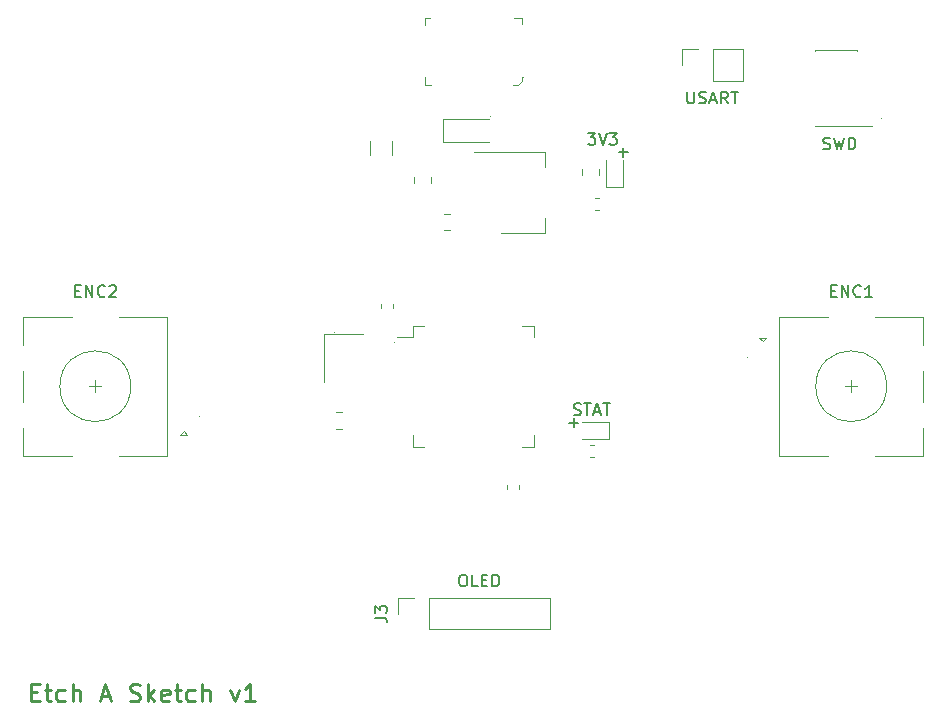
<source format=gbr>
G04 #@! TF.GenerationSoftware,KiCad,Pcbnew,(5.1.5-0-10_14)*
G04 #@! TF.CreationDate,2020-04-18T16:35:32+10:00*
G04 #@! TF.ProjectId,etch-a-sketch,65746368-2d61-42d7-936b-657463682e6b,rev?*
G04 #@! TF.SameCoordinates,Original*
G04 #@! TF.FileFunction,Legend,Top*
G04 #@! TF.FilePolarity,Positive*
%FSLAX46Y46*%
G04 Gerber Fmt 4.6, Leading zero omitted, Abs format (unit mm)*
G04 Created by KiCad (PCBNEW (5.1.5-0-10_14)) date 2020-04-18 16:35:32*
%MOMM*%
%LPD*%
G04 APERTURE LIST*
%ADD10C,0.250000*%
%ADD11C,0.120000*%
%ADD12C,0.150000*%
%ADD13C,0.100000*%
G04 APERTURE END LIST*
D10*
X32571428Y-76892857D02*
X33071428Y-76892857D01*
X33285714Y-77678571D02*
X32571428Y-77678571D01*
X32571428Y-76178571D01*
X33285714Y-76178571D01*
X33714285Y-76678571D02*
X34285714Y-76678571D01*
X33928571Y-76178571D02*
X33928571Y-77464285D01*
X34000000Y-77607142D01*
X34142857Y-77678571D01*
X34285714Y-77678571D01*
X35428571Y-77607142D02*
X35285714Y-77678571D01*
X35000000Y-77678571D01*
X34857142Y-77607142D01*
X34785714Y-77535714D01*
X34714285Y-77392857D01*
X34714285Y-76964285D01*
X34785714Y-76821428D01*
X34857142Y-76750000D01*
X35000000Y-76678571D01*
X35285714Y-76678571D01*
X35428571Y-76750000D01*
X36071428Y-77678571D02*
X36071428Y-76178571D01*
X36714285Y-77678571D02*
X36714285Y-76892857D01*
X36642857Y-76750000D01*
X36500000Y-76678571D01*
X36285714Y-76678571D01*
X36142857Y-76750000D01*
X36071428Y-76821428D01*
X38500000Y-77250000D02*
X39214285Y-77250000D01*
X38357142Y-77678571D02*
X38857142Y-76178571D01*
X39357142Y-77678571D01*
X40928571Y-77607142D02*
X41142857Y-77678571D01*
X41500000Y-77678571D01*
X41642857Y-77607142D01*
X41714285Y-77535714D01*
X41785714Y-77392857D01*
X41785714Y-77250000D01*
X41714285Y-77107142D01*
X41642857Y-77035714D01*
X41500000Y-76964285D01*
X41214285Y-76892857D01*
X41071428Y-76821428D01*
X41000000Y-76750000D01*
X40928571Y-76607142D01*
X40928571Y-76464285D01*
X41000000Y-76321428D01*
X41071428Y-76250000D01*
X41214285Y-76178571D01*
X41571428Y-76178571D01*
X41785714Y-76250000D01*
X42428571Y-77678571D02*
X42428571Y-76178571D01*
X42571428Y-77107142D02*
X43000000Y-77678571D01*
X43000000Y-76678571D02*
X42428571Y-77250000D01*
X44214285Y-77607142D02*
X44071428Y-77678571D01*
X43785714Y-77678571D01*
X43642857Y-77607142D01*
X43571428Y-77464285D01*
X43571428Y-76892857D01*
X43642857Y-76750000D01*
X43785714Y-76678571D01*
X44071428Y-76678571D01*
X44214285Y-76750000D01*
X44285714Y-76892857D01*
X44285714Y-77035714D01*
X43571428Y-77178571D01*
X44714285Y-76678571D02*
X45285714Y-76678571D01*
X44928571Y-76178571D02*
X44928571Y-77464285D01*
X45000000Y-77607142D01*
X45142857Y-77678571D01*
X45285714Y-77678571D01*
X46428571Y-77607142D02*
X46285714Y-77678571D01*
X46000000Y-77678571D01*
X45857142Y-77607142D01*
X45785714Y-77535714D01*
X45714285Y-77392857D01*
X45714285Y-76964285D01*
X45785714Y-76821428D01*
X45857142Y-76750000D01*
X46000000Y-76678571D01*
X46285714Y-76678571D01*
X46428571Y-76750000D01*
X47071428Y-77678571D02*
X47071428Y-76178571D01*
X47714285Y-77678571D02*
X47714285Y-76892857D01*
X47642857Y-76750000D01*
X47500000Y-76678571D01*
X47285714Y-76678571D01*
X47142857Y-76750000D01*
X47071428Y-76821428D01*
X49428571Y-76678571D02*
X49785714Y-77678571D01*
X50142857Y-76678571D01*
X51500000Y-77678571D02*
X50642857Y-77678571D01*
X51071428Y-77678571D02*
X51071428Y-76178571D01*
X50928571Y-76392857D01*
X50785714Y-76535714D01*
X50642857Y-76607142D01*
D11*
X46800000Y-53500000D02*
G75*
G03X46800000Y-53500000I0J0D01*
G01*
X93200000Y-48500000D02*
G75*
G03X93200000Y-48500000I0J0D01*
G01*
X71400000Y-28100000D02*
G75*
G03X71400000Y-28100000I0J0D01*
G01*
X104500000Y-28300000D02*
G75*
G03X104500000Y-28300000I0J0D01*
G01*
X58200000Y-46400000D02*
G75*
G03X58200000Y-46400000I0J0D01*
G01*
X63300000Y-47250000D02*
G75*
G03X63300000Y-47250000I0J0D01*
G01*
D12*
X82319047Y-31171428D02*
X83080952Y-31171428D01*
X82700000Y-31552380D02*
X82700000Y-30790476D01*
X78119047Y-54071428D02*
X78880952Y-54071428D01*
X78500000Y-54452380D02*
X78500000Y-53690476D01*
X78523809Y-53404761D02*
X78666666Y-53452380D01*
X78904761Y-53452380D01*
X79000000Y-53404761D01*
X79047619Y-53357142D01*
X79095238Y-53261904D01*
X79095238Y-53166666D01*
X79047619Y-53071428D01*
X79000000Y-53023809D01*
X78904761Y-52976190D01*
X78714285Y-52928571D01*
X78619047Y-52880952D01*
X78571428Y-52833333D01*
X78523809Y-52738095D01*
X78523809Y-52642857D01*
X78571428Y-52547619D01*
X78619047Y-52500000D01*
X78714285Y-52452380D01*
X78952380Y-52452380D01*
X79095238Y-52500000D01*
X79380952Y-52452380D02*
X79952380Y-52452380D01*
X79666666Y-53452380D02*
X79666666Y-52452380D01*
X80238095Y-53166666D02*
X80714285Y-53166666D01*
X80142857Y-53452380D02*
X80476190Y-52452380D01*
X80809523Y-53452380D01*
X81000000Y-52452380D02*
X81571428Y-52452380D01*
X81285714Y-53452380D02*
X81285714Y-52452380D01*
X79711904Y-29552380D02*
X80330952Y-29552380D01*
X79997619Y-29933333D01*
X80140476Y-29933333D01*
X80235714Y-29980952D01*
X80283333Y-30028571D01*
X80330952Y-30123809D01*
X80330952Y-30361904D01*
X80283333Y-30457142D01*
X80235714Y-30504761D01*
X80140476Y-30552380D01*
X79854761Y-30552380D01*
X79759523Y-30504761D01*
X79711904Y-30457142D01*
X80616666Y-29552380D02*
X80950000Y-30552380D01*
X81283333Y-29552380D01*
X81521428Y-29552380D02*
X82140476Y-29552380D01*
X81807142Y-29933333D01*
X81950000Y-29933333D01*
X82045238Y-29980952D01*
X82092857Y-30028571D01*
X82140476Y-30123809D01*
X82140476Y-30361904D01*
X82092857Y-30457142D01*
X82045238Y-30504761D01*
X81950000Y-30552380D01*
X81664285Y-30552380D01*
X81569047Y-30504761D01*
X81521428Y-30457142D01*
X99642857Y-30904761D02*
X99785714Y-30952380D01*
X100023809Y-30952380D01*
X100119047Y-30904761D01*
X100166666Y-30857142D01*
X100214285Y-30761904D01*
X100214285Y-30666666D01*
X100166666Y-30571428D01*
X100119047Y-30523809D01*
X100023809Y-30476190D01*
X99833333Y-30428571D01*
X99738095Y-30380952D01*
X99690476Y-30333333D01*
X99642857Y-30238095D01*
X99642857Y-30142857D01*
X99690476Y-30047619D01*
X99738095Y-30000000D01*
X99833333Y-29952380D01*
X100071428Y-29952380D01*
X100214285Y-30000000D01*
X100547619Y-29952380D02*
X100785714Y-30952380D01*
X100976190Y-30238095D01*
X101166666Y-30952380D01*
X101404761Y-29952380D01*
X101785714Y-30952380D02*
X101785714Y-29952380D01*
X102023809Y-29952380D01*
X102166666Y-30000000D01*
X102261904Y-30095238D01*
X102309523Y-30190476D01*
X102357142Y-30380952D01*
X102357142Y-30523809D01*
X102309523Y-30714285D01*
X102261904Y-30809523D01*
X102166666Y-30904761D01*
X102023809Y-30952380D01*
X101785714Y-30952380D01*
X88128571Y-26052380D02*
X88128571Y-26861904D01*
X88176190Y-26957142D01*
X88223809Y-27004761D01*
X88319047Y-27052380D01*
X88509523Y-27052380D01*
X88604761Y-27004761D01*
X88652380Y-26957142D01*
X88700000Y-26861904D01*
X88700000Y-26052380D01*
X89128571Y-27004761D02*
X89271428Y-27052380D01*
X89509523Y-27052380D01*
X89604761Y-27004761D01*
X89652380Y-26957142D01*
X89700000Y-26861904D01*
X89700000Y-26766666D01*
X89652380Y-26671428D01*
X89604761Y-26623809D01*
X89509523Y-26576190D01*
X89319047Y-26528571D01*
X89223809Y-26480952D01*
X89176190Y-26433333D01*
X89128571Y-26338095D01*
X89128571Y-26242857D01*
X89176190Y-26147619D01*
X89223809Y-26100000D01*
X89319047Y-26052380D01*
X89557142Y-26052380D01*
X89700000Y-26100000D01*
X90080952Y-26766666D02*
X90557142Y-26766666D01*
X89985714Y-27052380D02*
X90319047Y-26052380D01*
X90652380Y-27052380D01*
X91557142Y-27052380D02*
X91223809Y-26576190D01*
X90985714Y-27052380D02*
X90985714Y-26052380D01*
X91366666Y-26052380D01*
X91461904Y-26100000D01*
X91509523Y-26147619D01*
X91557142Y-26242857D01*
X91557142Y-26385714D01*
X91509523Y-26480952D01*
X91461904Y-26528571D01*
X91366666Y-26576190D01*
X90985714Y-26576190D01*
X91842857Y-26052380D02*
X92414285Y-26052380D01*
X92128571Y-27052380D02*
X92128571Y-26052380D01*
X100285714Y-42928571D02*
X100619047Y-42928571D01*
X100761904Y-43452380D02*
X100285714Y-43452380D01*
X100285714Y-42452380D01*
X100761904Y-42452380D01*
X101190476Y-43452380D02*
X101190476Y-42452380D01*
X101761904Y-43452380D01*
X101761904Y-42452380D01*
X102809523Y-43357142D02*
X102761904Y-43404761D01*
X102619047Y-43452380D01*
X102523809Y-43452380D01*
X102380952Y-43404761D01*
X102285714Y-43309523D01*
X102238095Y-43214285D01*
X102190476Y-43023809D01*
X102190476Y-42880952D01*
X102238095Y-42690476D01*
X102285714Y-42595238D01*
X102380952Y-42500000D01*
X102523809Y-42452380D01*
X102619047Y-42452380D01*
X102761904Y-42500000D01*
X102809523Y-42547619D01*
X103761904Y-43452380D02*
X103190476Y-43452380D01*
X103476190Y-43452380D02*
X103476190Y-42452380D01*
X103380952Y-42595238D01*
X103285714Y-42690476D01*
X103190476Y-42738095D01*
X36285714Y-42928571D02*
X36619047Y-42928571D01*
X36761904Y-43452380D02*
X36285714Y-43452380D01*
X36285714Y-42452380D01*
X36761904Y-42452380D01*
X37190476Y-43452380D02*
X37190476Y-42452380D01*
X37761904Y-43452380D01*
X37761904Y-42452380D01*
X38809523Y-43357142D02*
X38761904Y-43404761D01*
X38619047Y-43452380D01*
X38523809Y-43452380D01*
X38380952Y-43404761D01*
X38285714Y-43309523D01*
X38238095Y-43214285D01*
X38190476Y-43023809D01*
X38190476Y-42880952D01*
X38238095Y-42690476D01*
X38285714Y-42595238D01*
X38380952Y-42500000D01*
X38523809Y-42452380D01*
X38619047Y-42452380D01*
X38761904Y-42500000D01*
X38809523Y-42547619D01*
X39190476Y-42547619D02*
X39238095Y-42500000D01*
X39333333Y-42452380D01*
X39571428Y-42452380D01*
X39666666Y-42500000D01*
X39714285Y-42547619D01*
X39761904Y-42642857D01*
X39761904Y-42738095D01*
X39714285Y-42880952D01*
X39142857Y-43452380D01*
X39761904Y-43452380D01*
X69047619Y-66952380D02*
X69238095Y-66952380D01*
X69333333Y-67000000D01*
X69428571Y-67095238D01*
X69476190Y-67285714D01*
X69476190Y-67619047D01*
X69428571Y-67809523D01*
X69333333Y-67904761D01*
X69238095Y-67952380D01*
X69047619Y-67952380D01*
X68952380Y-67904761D01*
X68857142Y-67809523D01*
X68809523Y-67619047D01*
X68809523Y-67285714D01*
X68857142Y-67095238D01*
X68952380Y-67000000D01*
X69047619Y-66952380D01*
X70380952Y-67952380D02*
X69904761Y-67952380D01*
X69904761Y-66952380D01*
X70714285Y-67428571D02*
X71047619Y-67428571D01*
X71190476Y-67952380D02*
X70714285Y-67952380D01*
X70714285Y-66952380D01*
X71190476Y-66952380D01*
X71619047Y-67952380D02*
X71619047Y-66952380D01*
X71857142Y-66952380D01*
X72000000Y-67000000D01*
X72095238Y-67095238D01*
X72142857Y-67190476D01*
X72190476Y-67380952D01*
X72190476Y-67523809D01*
X72142857Y-67714285D01*
X72095238Y-67809523D01*
X72000000Y-67904761D01*
X71857142Y-67952380D01*
X71619047Y-67952380D01*
D11*
X74160000Y-56110000D02*
X75110000Y-56110000D01*
X75110000Y-56110000D02*
X75110000Y-55160000D01*
X65840000Y-56110000D02*
X64890000Y-56110000D01*
X64890000Y-56110000D02*
X64890000Y-55160000D01*
X74160000Y-45890000D02*
X75110000Y-45890000D01*
X75110000Y-45890000D02*
X75110000Y-46840000D01*
X65840000Y-45890000D02*
X64890000Y-45890000D01*
X64890000Y-45890000D02*
X64890000Y-46840000D01*
X64890000Y-46840000D02*
X63550000Y-46840000D01*
X63670000Y-70250000D02*
X63670000Y-68920000D01*
X63670000Y-68920000D02*
X65000000Y-68920000D01*
X66270000Y-68920000D02*
X76490000Y-68920000D01*
X76490000Y-71580000D02*
X76490000Y-68920000D01*
X66270000Y-71580000D02*
X76490000Y-71580000D01*
X66270000Y-71580000D02*
X66270000Y-68920000D01*
X64990000Y-33796078D02*
X64990000Y-33278922D01*
X66410000Y-33796078D02*
X66410000Y-33278922D01*
X79240000Y-32591422D02*
X79240000Y-33108578D01*
X80660000Y-32591422D02*
X80660000Y-33108578D01*
X63210000Y-44049721D02*
X63210000Y-44375279D01*
X62190000Y-44049721D02*
X62190000Y-44375279D01*
X72890000Y-59337221D02*
X72890000Y-59662779D01*
X73910000Y-59337221D02*
X73910000Y-59662779D01*
X67450000Y-28350000D02*
X67450000Y-30350000D01*
X67450000Y-30350000D02*
X71350000Y-30350000D01*
X67450000Y-28350000D02*
X71350000Y-28350000D01*
X82685000Y-34122500D02*
X82685000Y-31837500D01*
X81215000Y-34122500D02*
X82685000Y-34122500D01*
X81215000Y-31837500D02*
X81215000Y-34122500D01*
X81522500Y-54015000D02*
X79237500Y-54015000D01*
X81522500Y-55485000D02*
X81522500Y-54015000D01*
X79237500Y-55485000D02*
X81522500Y-55485000D01*
X63110000Y-30247936D02*
X63110000Y-31452064D01*
X61290000Y-30247936D02*
X61290000Y-31452064D01*
X68021078Y-36390000D02*
X67503922Y-36390000D01*
X68021078Y-37810000D02*
X67503922Y-37810000D01*
X58921078Y-53190000D02*
X58403922Y-53190000D01*
X58921078Y-54610000D02*
X58403922Y-54610000D01*
X60700000Y-46600000D02*
X57400000Y-46600000D01*
X57400000Y-46600000D02*
X57400000Y-50600000D01*
X90270000Y-25130000D02*
X90270000Y-22470000D01*
X90270000Y-25130000D02*
X92870000Y-25130000D01*
X92870000Y-25130000D02*
X92870000Y-22470000D01*
X90270000Y-22470000D02*
X92870000Y-22470000D01*
X87670000Y-22470000D02*
X89000000Y-22470000D01*
X87670000Y-23800000D02*
X87670000Y-22470000D01*
X102465000Y-29005000D02*
X98935000Y-29005000D01*
X102465000Y-22535000D02*
X98935000Y-22535000D01*
X103790000Y-28940000D02*
X102465000Y-28940000D01*
X102465000Y-29005000D02*
X102465000Y-28940000D01*
X98935000Y-29005000D02*
X98935000Y-28940000D01*
X102465000Y-22600000D02*
X102465000Y-22535000D01*
X98935000Y-22600000D02*
X98935000Y-22535000D01*
X80612779Y-36110000D02*
X80287221Y-36110000D01*
X80612779Y-35090000D02*
X80287221Y-35090000D01*
X80200279Y-55990000D02*
X79874721Y-55990000D01*
X80200279Y-57010000D02*
X79874721Y-57010000D01*
X101500000Y-51000000D02*
X102500000Y-51000000D01*
X102000000Y-50500000D02*
X102000000Y-51500000D01*
X108100000Y-54500000D02*
X108100000Y-56900000D01*
X108100000Y-49700000D02*
X108100000Y-52300000D01*
X108100000Y-45100000D02*
X108100000Y-47500000D01*
X94800000Y-46900000D02*
X94500000Y-47200000D01*
X94200000Y-46900000D02*
X94800000Y-46900000D01*
X94500000Y-47200000D02*
X94200000Y-46900000D01*
X95900000Y-45100000D02*
X95900000Y-56900000D01*
X100000000Y-45100000D02*
X95900000Y-45100000D01*
X100000000Y-56900000D02*
X95900000Y-56900000D01*
X108100000Y-56900000D02*
X104000000Y-56900000D01*
X104000000Y-45100000D02*
X108100000Y-45100000D01*
X105000000Y-51000000D02*
G75*
G03X105000000Y-51000000I-3000000J0D01*
G01*
X38500000Y-51000000D02*
X37500000Y-51000000D01*
X38000000Y-51500000D02*
X38000000Y-50500000D01*
X31900000Y-47500000D02*
X31900000Y-45100000D01*
X31900000Y-52300000D02*
X31900000Y-49700000D01*
X31900000Y-56900000D02*
X31900000Y-54500000D01*
X45200000Y-55100000D02*
X45500000Y-54800000D01*
X45800000Y-55100000D02*
X45200000Y-55100000D01*
X45500000Y-54800000D02*
X45800000Y-55100000D01*
X44100000Y-56900000D02*
X44100000Y-45100000D01*
X40000000Y-56900000D02*
X44100000Y-56900000D01*
X40000000Y-45100000D02*
X44100000Y-45100000D01*
X31900000Y-45100000D02*
X36000000Y-45100000D01*
X36000000Y-56900000D02*
X31900000Y-56900000D01*
X41000000Y-51000000D02*
G75*
G03X41000000Y-51000000I-3000000J0D01*
G01*
X70100000Y-31190000D02*
X76110000Y-31190000D01*
X72350000Y-38010000D02*
X76110000Y-38010000D01*
X76110000Y-31190000D02*
X76110000Y-32450000D01*
X76110000Y-38010000D02*
X76110000Y-36750000D01*
D13*
X74100000Y-20350000D02*
X74100000Y-19800000D01*
X74100000Y-19800000D02*
X73450000Y-19800000D01*
X65900000Y-20400000D02*
X65900000Y-19800000D01*
X65900000Y-19800000D02*
X66300000Y-19800000D01*
X66400000Y-25500000D02*
X65900000Y-25500000D01*
X65900000Y-25500000D02*
X65900000Y-24800000D01*
X73350000Y-25500000D02*
X73800000Y-25500000D01*
X73800000Y-25500000D02*
X74100000Y-25150000D01*
X74100000Y-25150000D02*
X74100000Y-24850000D01*
X74100000Y-24850000D02*
X74250000Y-24850000D01*
D12*
X61682380Y-70583333D02*
X62396666Y-70583333D01*
X62539523Y-70630952D01*
X62634761Y-70726190D01*
X62682380Y-70869047D01*
X62682380Y-70964285D01*
X61682380Y-70202380D02*
X61682380Y-69583333D01*
X62063333Y-69916666D01*
X62063333Y-69773809D01*
X62110952Y-69678571D01*
X62158571Y-69630952D01*
X62253809Y-69583333D01*
X62491904Y-69583333D01*
X62587142Y-69630952D01*
X62634761Y-69678571D01*
X62682380Y-69773809D01*
X62682380Y-70059523D01*
X62634761Y-70154761D01*
X62587142Y-70202380D01*
M02*

</source>
